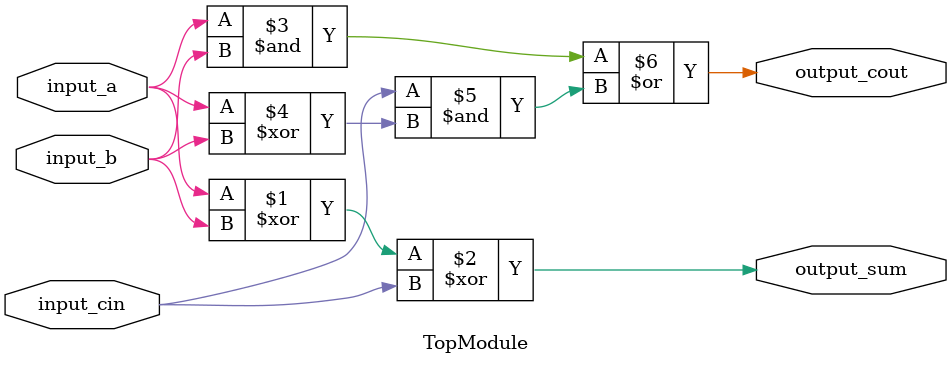
<source format=sv>
module TopModule (
    input logic input_a,    // First bit to be added
    input logic input_b,    // Second bit to be added
    input logic input_cin,  // Carry-in bit
    output logic output_cout,// Carry-out bit
    output logic output_sum  // Sum of the three bits
);
    assign output_sum = input_a ^ input_b ^ input_cin;
    assign output_cout = (input_a & input_b) | (input_cin & (input_a ^ input_b));
endmodule
</source>
